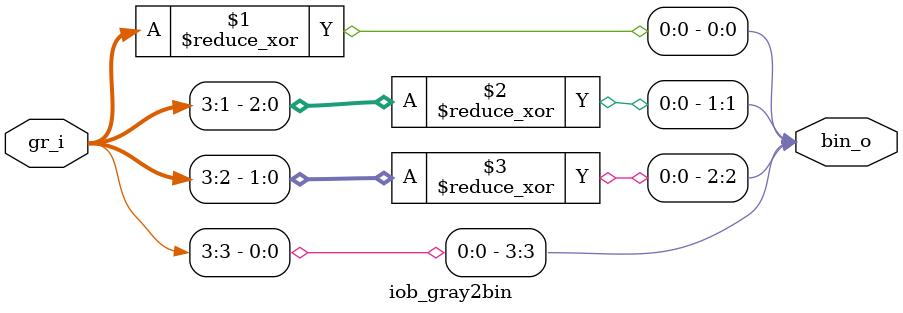
<source format=v>
`timescale 1ns / 1ps

module iob_gray2bin #(
   parameter DATA_W = 4
) (
   input  [DATA_W-1:0] gr_i,
   output [DATA_W-1:0] bin_o
);

   genvar pos;

   generate
      for (pos = 0; pos < DATA_W; pos = pos + 1) begin : gen_bin
         assign bin_o[pos] = ^gr_i[DATA_W-1:pos];
      end
   endgenerate

endmodule

</source>
